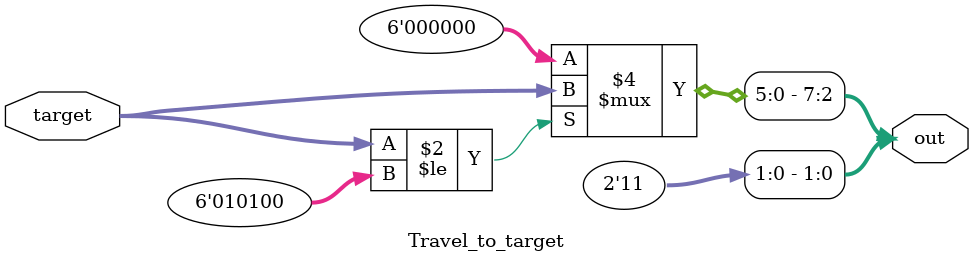
<source format=v>
`timescale 1ns / 1ps


module Travel_to_target(
    input [5:0] target,
    output reg [7:0] out
    );
    always @(target) begin
    if(target <= 6'b010100) begin
    out[7:2] = target;
    out[1:0] = 2'b11;
    end
    else begin
    out = 8'b00000011;
    end
    end
endmodule

</source>
